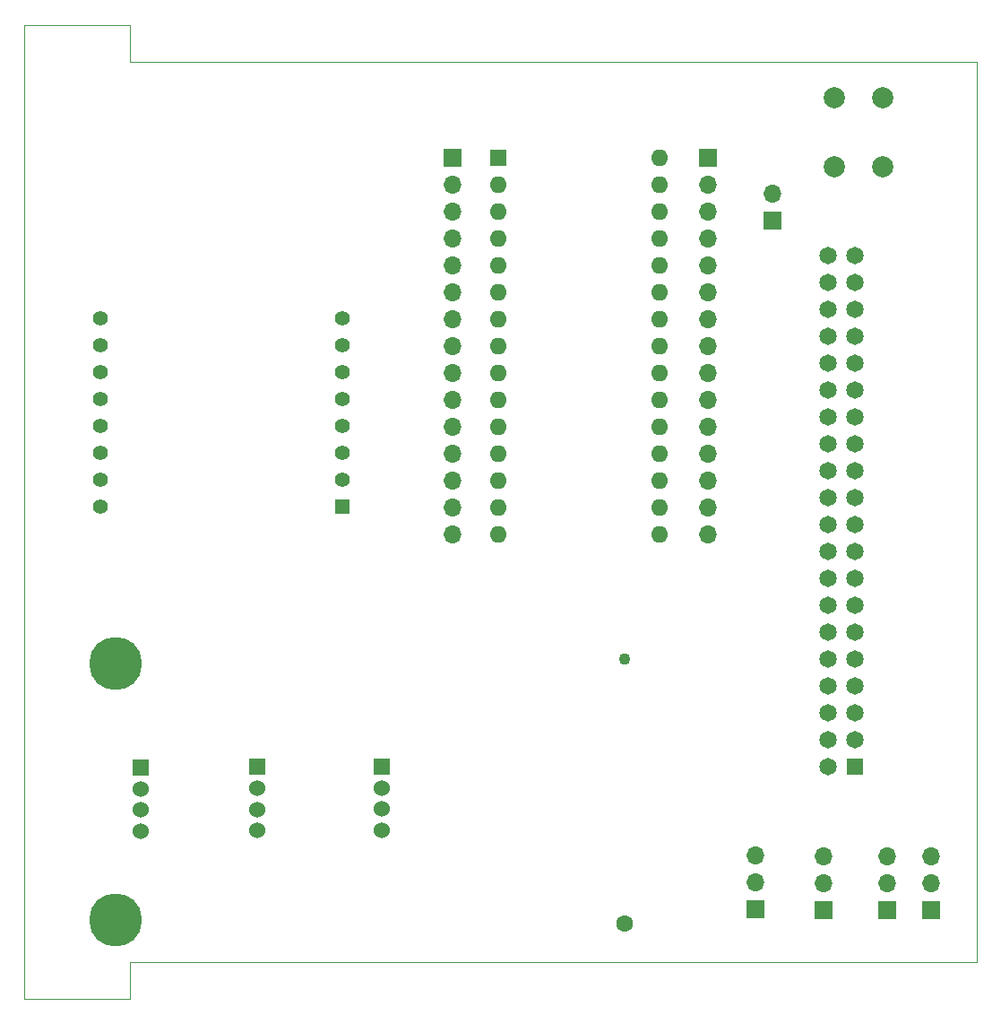
<source format=gbr>
%TF.GenerationSoftware,KiCad,Pcbnew,8.0.6*%
%TF.CreationDate,2025-02-06T11:10:53+01:00*%
%TF.ProjectId,Com_Nucleo-L432kc,436f6d5f-4e75-4636-9c65-6f2d4c343332,rev?*%
%TF.SameCoordinates,Original*%
%TF.FileFunction,Soldermask,Bot*%
%TF.FilePolarity,Negative*%
%FSLAX46Y46*%
G04 Gerber Fmt 4.6, Leading zero omitted, Abs format (unit mm)*
G04 Created by KiCad (PCBNEW 8.0.6) date 2025-02-06 11:10:53*
%MOMM*%
%LPD*%
G01*
G04 APERTURE LIST*
%ADD10C,1.600000*%
%ADD11C,1.100000*%
%ADD12R,1.700000X1.700000*%
%ADD13O,1.700000X1.700000*%
%ADD14R,1.524000X1.524000*%
%ADD15C,1.524000*%
%ADD16R,1.600000X1.600000*%
%ADD17O,1.600000X1.600000*%
%ADD18R,1.400000X1.400000*%
%ADD19C,1.400000*%
%ADD20C,2.000000*%
%ADD21R,1.650000X1.650000*%
%ADD22C,1.650000*%
%ADD23C,5.000000*%
%TA.AperFunction,Profile*%
%ADD24C,0.100000*%
%TD*%
G04 APERTURE END LIST*
D10*
%TO.C,IC1*%
X120434748Y-127945000D03*
D11*
X120434748Y-102945000D03*
%TD*%
D12*
%TO.C,JP2*%
X134420000Y-61510000D03*
D13*
X134420000Y-58970000D03*
%TD*%
D14*
%TO.C,J4*%
X97540000Y-113110000D03*
D15*
X97540000Y-115110000D03*
X97540000Y-117110000D03*
X97540000Y-119110000D03*
%TD*%
D12*
%TO.C,J7*%
X128313249Y-55637948D03*
D13*
X128313249Y-58177948D03*
X128313249Y-60717948D03*
X128313249Y-63257948D03*
X128313249Y-65797948D03*
X128313249Y-68337948D03*
X128313249Y-70877948D03*
X128313249Y-73417948D03*
X128313249Y-75957948D03*
X128313249Y-78497948D03*
X128313249Y-81037948D03*
X128313249Y-83577948D03*
X128313249Y-86117948D03*
X128313249Y-88657948D03*
X128313249Y-91197948D03*
%TD*%
D12*
%TO.C,J2*%
X104183248Y-55626000D03*
D13*
X104183248Y-58166000D03*
X104183248Y-60706000D03*
X104183248Y-63246000D03*
X104183248Y-65786000D03*
X104183248Y-68326000D03*
X104183248Y-70866000D03*
X104183248Y-73406000D03*
X104183248Y-75946000D03*
X104183248Y-78486000D03*
X104183248Y-81026000D03*
X104183248Y-83566000D03*
X104183248Y-86106000D03*
X104183248Y-88646000D03*
X104183248Y-91186000D03*
%TD*%
D12*
%TO.C,JP5*%
X139260000Y-126615000D03*
D13*
X139260000Y-124075000D03*
X139260000Y-121535000D03*
%TD*%
D12*
%TO.C,JP1*%
X132810000Y-126600000D03*
D13*
X132810000Y-124060000D03*
X132810000Y-121520000D03*
%TD*%
D14*
%TO.C,J6*%
X74740000Y-113180000D03*
D15*
X74740000Y-115180000D03*
X74740000Y-117180000D03*
X74740000Y-119180000D03*
%TD*%
D16*
%TO.C,L432KC1*%
X108503248Y-55626000D03*
D17*
X108503248Y-58166000D03*
X108503248Y-60706000D03*
X108503248Y-63246000D03*
X108503248Y-65786000D03*
X108503248Y-68326000D03*
X108503248Y-70866000D03*
X108503248Y-73406000D03*
X108503248Y-75946000D03*
X108503248Y-78486000D03*
X108503248Y-81026000D03*
X108503248Y-83566000D03*
X108503248Y-86106000D03*
X108503248Y-88646000D03*
X108503248Y-91186000D03*
X123743248Y-91186000D03*
X123743248Y-88646000D03*
X123743248Y-86106000D03*
X123743248Y-83566000D03*
X123743248Y-81026000D03*
X123743248Y-78486000D03*
X123743248Y-75946000D03*
X123743248Y-73406000D03*
X123743248Y-70866000D03*
X123743248Y-68326000D03*
X123743248Y-65786000D03*
X123743248Y-63246000D03*
X123743248Y-60706000D03*
X123743248Y-58166000D03*
X123743248Y-55626000D03*
%TD*%
D14*
%TO.C,J9*%
X85740000Y-113140000D03*
D15*
X85740000Y-115140000D03*
X85740000Y-117140000D03*
X85740000Y-119140000D03*
%TD*%
D18*
%TO.C,J5*%
X93830000Y-88510000D03*
D19*
X93830000Y-85970000D03*
X93830000Y-83430000D03*
X93830000Y-80890000D03*
X93830000Y-78350000D03*
X93830000Y-75810000D03*
X93830000Y-73270000D03*
X93830000Y-70730000D03*
X70970000Y-70730000D03*
X70970000Y-73270000D03*
X70970000Y-75810000D03*
X70970000Y-78350000D03*
X70970000Y-80890000D03*
X70970000Y-83430000D03*
X70970000Y-85970000D03*
X70970000Y-88510000D03*
%TD*%
D20*
%TO.C,SW1*%
X140310000Y-56450000D03*
X140310000Y-49950000D03*
X144810000Y-56450000D03*
X144810000Y-49950000D03*
%TD*%
D12*
%TO.C,JP4*%
X145230000Y-126630000D03*
D13*
X145230000Y-124090000D03*
X145230000Y-121550000D03*
%TD*%
D12*
%TO.C,JP3*%
X149380000Y-126630000D03*
D13*
X149380000Y-124090000D03*
X149380000Y-121550000D03*
%TD*%
D21*
%TO.C,J1*%
X142240000Y-113090000D03*
D22*
X139700000Y-113090000D03*
X142240000Y-110550000D03*
X139700000Y-110550000D03*
X142240000Y-108010000D03*
X139700000Y-108010000D03*
X142240000Y-105470000D03*
X139700000Y-105470000D03*
X142240000Y-102930000D03*
X139700000Y-102930000D03*
X142240000Y-100390000D03*
X139700000Y-100390000D03*
X142240000Y-97850000D03*
X139700000Y-97850000D03*
X142240000Y-95310000D03*
X139700000Y-95310000D03*
X142240000Y-92770000D03*
X139700000Y-92770000D03*
X142240000Y-90230000D03*
X139700000Y-90230000D03*
X142240000Y-87690000D03*
X139700000Y-87690000D03*
X142240000Y-85150000D03*
X139700000Y-85150000D03*
X142240000Y-82610000D03*
X139700000Y-82610000D03*
X142240000Y-80070000D03*
X139700000Y-80070000D03*
X142240000Y-77530000D03*
X139700000Y-77530000D03*
X142240000Y-74990000D03*
X139700000Y-74990000D03*
X142240000Y-72450000D03*
X139700000Y-72450000D03*
X142240000Y-69910000D03*
X139700000Y-69910000D03*
X142240000Y-67370000D03*
X139700000Y-67370000D03*
X142240000Y-64830000D03*
X139700000Y-64830000D03*
%TD*%
D23*
%TO.C,REF\u002A\u002A*%
X72384748Y-127545000D03*
%TD*%
%TO.C,*%
X72384748Y-103345000D03*
%TD*%
D24*
X73750000Y-43050000D02*
X73750000Y-46550000D01*
X63750000Y-43050000D02*
X73750000Y-43050000D01*
X73750000Y-131550000D02*
X153750000Y-131550000D01*
X73750000Y-46550000D02*
X153750000Y-46550000D01*
X63750000Y-135050000D02*
X73750000Y-135050000D01*
X153750000Y-131550000D02*
X153750000Y-46550000D01*
X63750000Y-135050000D02*
X63750000Y-43050000D01*
X73750000Y-131550000D02*
X73750000Y-135050000D01*
M02*

</source>
